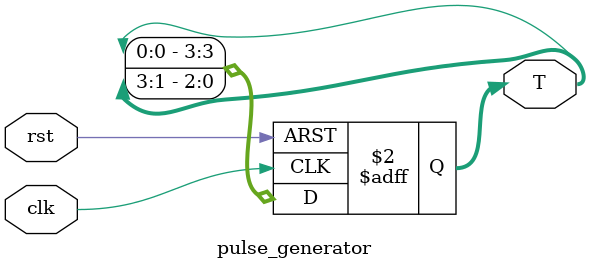
<source format=v>
`timescale 1ns / 1ps


module pulse_generator(
    input wire clk,         // ÊäÈëÊ±ÖÓÐÅºÅ
    input wire rst,         // ÊäÈë¸´Î»ÐÅºÅ
    output reg [3:0] T     // Êä³öÂö³åÉú³ÉÆ÷µÄÊä³öÐÅºÅ
);


    always @(posedge clk or posedge rst) begin
        if (rst) begin
            T <= 4'b1000;               // Èç¹û¸´Î»ÐÅºÅ¼¤»î£¬Ôò½«Êä³öÉèÖÃÎª³õÊ¼Öµ1000
        end else begin
            T <= {T[0], T[3:1]};        // ÔÚclkÉÏÉýÑØµ½À´Ê±£¬Éú³ÉÏÂÒ»¸ö×´Ì¬
        end
    end
endmodule



</source>
